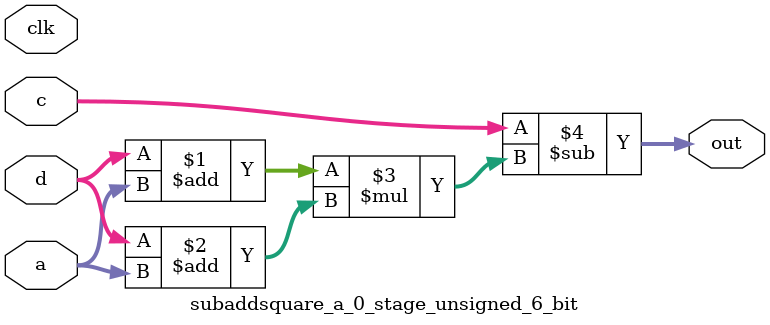
<source format=sv>
(* use_dsp = "yes" *) module subaddsquare_a_0_stage_unsigned_6_bit(
	input  [5:0] a,
	input  [5:0] c,
	input  [5:0] d,
	output [5:0] out,
	input clk);

	assign out = c - ((d + a) * (d + a));
endmodule

</source>
